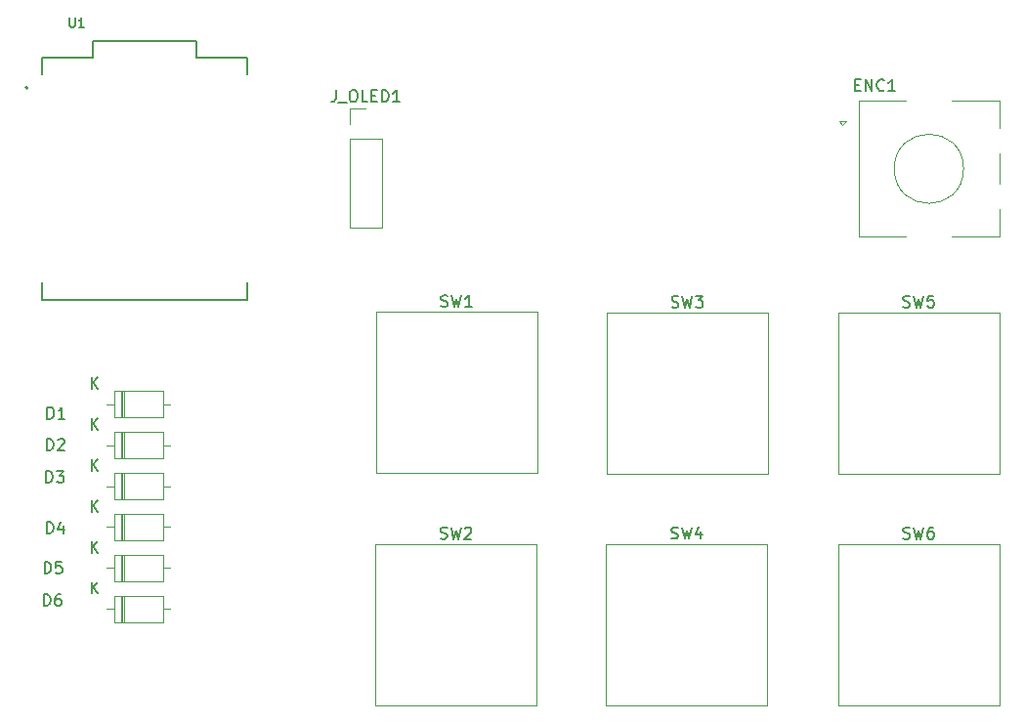
<source format=gbr>
%TF.GenerationSoftware,KiCad,Pcbnew,9.0.3*%
%TF.CreationDate,2026-01-25T12:41:43-05:00*%
%TF.ProjectId,hackclub_macropad,6861636b-636c-4756-925f-6d6163726f70,rev?*%
%TF.SameCoordinates,Original*%
%TF.FileFunction,Legend,Top*%
%TF.FilePolarity,Positive*%
%FSLAX46Y46*%
G04 Gerber Fmt 4.6, Leading zero omitted, Abs format (unit mm)*
G04 Created by KiCad (PCBNEW 9.0.3) date 2026-01-25 12:41:43*
%MOMM*%
%LPD*%
G01*
G04 APERTURE LIST*
%ADD10C,0.150000*%
%ADD11C,0.127000*%
%ADD12C,0.200000*%
%ADD13C,0.120000*%
G04 APERTURE END LIST*
D10*
X94192476Y-34218295D02*
X94192476Y-34865914D01*
X94192476Y-34865914D02*
X94230571Y-34942104D01*
X94230571Y-34942104D02*
X94268666Y-34980200D01*
X94268666Y-34980200D02*
X94344857Y-35018295D01*
X94344857Y-35018295D02*
X94497238Y-35018295D01*
X94497238Y-35018295D02*
X94573428Y-34980200D01*
X94573428Y-34980200D02*
X94611523Y-34942104D01*
X94611523Y-34942104D02*
X94649619Y-34865914D01*
X94649619Y-34865914D02*
X94649619Y-34218295D01*
X95449618Y-35018295D02*
X94992475Y-35018295D01*
X95221047Y-35018295D02*
X95221047Y-34218295D01*
X95221047Y-34218295D02*
X95144856Y-34332580D01*
X95144856Y-34332580D02*
X95068666Y-34408771D01*
X95068666Y-34408771D02*
X94992475Y-34446866D01*
X166426667Y-79323200D02*
X166569524Y-79370819D01*
X166569524Y-79370819D02*
X166807619Y-79370819D01*
X166807619Y-79370819D02*
X166902857Y-79323200D01*
X166902857Y-79323200D02*
X166950476Y-79275580D01*
X166950476Y-79275580D02*
X166998095Y-79180342D01*
X166998095Y-79180342D02*
X166998095Y-79085104D01*
X166998095Y-79085104D02*
X166950476Y-78989866D01*
X166950476Y-78989866D02*
X166902857Y-78942247D01*
X166902857Y-78942247D02*
X166807619Y-78894628D01*
X166807619Y-78894628D02*
X166617143Y-78847009D01*
X166617143Y-78847009D02*
X166521905Y-78799390D01*
X166521905Y-78799390D02*
X166474286Y-78751771D01*
X166474286Y-78751771D02*
X166426667Y-78656533D01*
X166426667Y-78656533D02*
X166426667Y-78561295D01*
X166426667Y-78561295D02*
X166474286Y-78466057D01*
X166474286Y-78466057D02*
X166521905Y-78418438D01*
X166521905Y-78418438D02*
X166617143Y-78370819D01*
X166617143Y-78370819D02*
X166855238Y-78370819D01*
X166855238Y-78370819D02*
X166998095Y-78418438D01*
X167331429Y-78370819D02*
X167569524Y-79370819D01*
X167569524Y-79370819D02*
X167760000Y-78656533D01*
X167760000Y-78656533D02*
X167950476Y-79370819D01*
X167950476Y-79370819D02*
X168188572Y-78370819D01*
X168998095Y-78370819D02*
X168807619Y-78370819D01*
X168807619Y-78370819D02*
X168712381Y-78418438D01*
X168712381Y-78418438D02*
X168664762Y-78466057D01*
X168664762Y-78466057D02*
X168569524Y-78608914D01*
X168569524Y-78608914D02*
X168521905Y-78799390D01*
X168521905Y-78799390D02*
X168521905Y-79180342D01*
X168521905Y-79180342D02*
X168569524Y-79275580D01*
X168569524Y-79275580D02*
X168617143Y-79323200D01*
X168617143Y-79323200D02*
X168712381Y-79370819D01*
X168712381Y-79370819D02*
X168902857Y-79370819D01*
X168902857Y-79370819D02*
X168998095Y-79323200D01*
X168998095Y-79323200D02*
X169045714Y-79275580D01*
X169045714Y-79275580D02*
X169093333Y-79180342D01*
X169093333Y-79180342D02*
X169093333Y-78942247D01*
X169093333Y-78942247D02*
X169045714Y-78847009D01*
X169045714Y-78847009D02*
X168998095Y-78799390D01*
X168998095Y-78799390D02*
X168902857Y-78751771D01*
X168902857Y-78751771D02*
X168712381Y-78751771D01*
X168712381Y-78751771D02*
X168617143Y-78799390D01*
X168617143Y-78799390D02*
X168569524Y-78847009D01*
X168569524Y-78847009D02*
X168521905Y-78942247D01*
X166426667Y-59263200D02*
X166569524Y-59310819D01*
X166569524Y-59310819D02*
X166807619Y-59310819D01*
X166807619Y-59310819D02*
X166902857Y-59263200D01*
X166902857Y-59263200D02*
X166950476Y-59215580D01*
X166950476Y-59215580D02*
X166998095Y-59120342D01*
X166998095Y-59120342D02*
X166998095Y-59025104D01*
X166998095Y-59025104D02*
X166950476Y-58929866D01*
X166950476Y-58929866D02*
X166902857Y-58882247D01*
X166902857Y-58882247D02*
X166807619Y-58834628D01*
X166807619Y-58834628D02*
X166617143Y-58787009D01*
X166617143Y-58787009D02*
X166521905Y-58739390D01*
X166521905Y-58739390D02*
X166474286Y-58691771D01*
X166474286Y-58691771D02*
X166426667Y-58596533D01*
X166426667Y-58596533D02*
X166426667Y-58501295D01*
X166426667Y-58501295D02*
X166474286Y-58406057D01*
X166474286Y-58406057D02*
X166521905Y-58358438D01*
X166521905Y-58358438D02*
X166617143Y-58310819D01*
X166617143Y-58310819D02*
X166855238Y-58310819D01*
X166855238Y-58310819D02*
X166998095Y-58358438D01*
X167331429Y-58310819D02*
X167569524Y-59310819D01*
X167569524Y-59310819D02*
X167760000Y-58596533D01*
X167760000Y-58596533D02*
X167950476Y-59310819D01*
X167950476Y-59310819D02*
X168188572Y-58310819D01*
X169045714Y-58310819D02*
X168569524Y-58310819D01*
X168569524Y-58310819D02*
X168521905Y-58787009D01*
X168521905Y-58787009D02*
X168569524Y-58739390D01*
X168569524Y-58739390D02*
X168664762Y-58691771D01*
X168664762Y-58691771D02*
X168902857Y-58691771D01*
X168902857Y-58691771D02*
X168998095Y-58739390D01*
X168998095Y-58739390D02*
X169045714Y-58787009D01*
X169045714Y-58787009D02*
X169093333Y-58882247D01*
X169093333Y-58882247D02*
X169093333Y-59120342D01*
X169093333Y-59120342D02*
X169045714Y-59215580D01*
X169045714Y-59215580D02*
X168998095Y-59263200D01*
X168998095Y-59263200D02*
X168902857Y-59310819D01*
X168902857Y-59310819D02*
X168664762Y-59310819D01*
X168664762Y-59310819D02*
X168569524Y-59263200D01*
X168569524Y-59263200D02*
X168521905Y-59215580D01*
X146326667Y-79313200D02*
X146469524Y-79360819D01*
X146469524Y-79360819D02*
X146707619Y-79360819D01*
X146707619Y-79360819D02*
X146802857Y-79313200D01*
X146802857Y-79313200D02*
X146850476Y-79265580D01*
X146850476Y-79265580D02*
X146898095Y-79170342D01*
X146898095Y-79170342D02*
X146898095Y-79075104D01*
X146898095Y-79075104D02*
X146850476Y-78979866D01*
X146850476Y-78979866D02*
X146802857Y-78932247D01*
X146802857Y-78932247D02*
X146707619Y-78884628D01*
X146707619Y-78884628D02*
X146517143Y-78837009D01*
X146517143Y-78837009D02*
X146421905Y-78789390D01*
X146421905Y-78789390D02*
X146374286Y-78741771D01*
X146374286Y-78741771D02*
X146326667Y-78646533D01*
X146326667Y-78646533D02*
X146326667Y-78551295D01*
X146326667Y-78551295D02*
X146374286Y-78456057D01*
X146374286Y-78456057D02*
X146421905Y-78408438D01*
X146421905Y-78408438D02*
X146517143Y-78360819D01*
X146517143Y-78360819D02*
X146755238Y-78360819D01*
X146755238Y-78360819D02*
X146898095Y-78408438D01*
X147231429Y-78360819D02*
X147469524Y-79360819D01*
X147469524Y-79360819D02*
X147660000Y-78646533D01*
X147660000Y-78646533D02*
X147850476Y-79360819D01*
X147850476Y-79360819D02*
X148088572Y-78360819D01*
X148898095Y-78694152D02*
X148898095Y-79360819D01*
X148660000Y-78313200D02*
X148421905Y-79027485D01*
X148421905Y-79027485D02*
X149040952Y-79027485D01*
X146376667Y-59273200D02*
X146519524Y-59320819D01*
X146519524Y-59320819D02*
X146757619Y-59320819D01*
X146757619Y-59320819D02*
X146852857Y-59273200D01*
X146852857Y-59273200D02*
X146900476Y-59225580D01*
X146900476Y-59225580D02*
X146948095Y-59130342D01*
X146948095Y-59130342D02*
X146948095Y-59035104D01*
X146948095Y-59035104D02*
X146900476Y-58939866D01*
X146900476Y-58939866D02*
X146852857Y-58892247D01*
X146852857Y-58892247D02*
X146757619Y-58844628D01*
X146757619Y-58844628D02*
X146567143Y-58797009D01*
X146567143Y-58797009D02*
X146471905Y-58749390D01*
X146471905Y-58749390D02*
X146424286Y-58701771D01*
X146424286Y-58701771D02*
X146376667Y-58606533D01*
X146376667Y-58606533D02*
X146376667Y-58511295D01*
X146376667Y-58511295D02*
X146424286Y-58416057D01*
X146424286Y-58416057D02*
X146471905Y-58368438D01*
X146471905Y-58368438D02*
X146567143Y-58320819D01*
X146567143Y-58320819D02*
X146805238Y-58320819D01*
X146805238Y-58320819D02*
X146948095Y-58368438D01*
X147281429Y-58320819D02*
X147519524Y-59320819D01*
X147519524Y-59320819D02*
X147710000Y-58606533D01*
X147710000Y-58606533D02*
X147900476Y-59320819D01*
X147900476Y-59320819D02*
X148138572Y-58320819D01*
X148424286Y-58320819D02*
X149043333Y-58320819D01*
X149043333Y-58320819D02*
X148710000Y-58701771D01*
X148710000Y-58701771D02*
X148852857Y-58701771D01*
X148852857Y-58701771D02*
X148948095Y-58749390D01*
X148948095Y-58749390D02*
X148995714Y-58797009D01*
X148995714Y-58797009D02*
X149043333Y-58892247D01*
X149043333Y-58892247D02*
X149043333Y-59130342D01*
X149043333Y-59130342D02*
X148995714Y-59225580D01*
X148995714Y-59225580D02*
X148948095Y-59273200D01*
X148948095Y-59273200D02*
X148852857Y-59320819D01*
X148852857Y-59320819D02*
X148567143Y-59320819D01*
X148567143Y-59320819D02*
X148471905Y-59273200D01*
X148471905Y-59273200D02*
X148424286Y-59225580D01*
X126326667Y-79323200D02*
X126469524Y-79370819D01*
X126469524Y-79370819D02*
X126707619Y-79370819D01*
X126707619Y-79370819D02*
X126802857Y-79323200D01*
X126802857Y-79323200D02*
X126850476Y-79275580D01*
X126850476Y-79275580D02*
X126898095Y-79180342D01*
X126898095Y-79180342D02*
X126898095Y-79085104D01*
X126898095Y-79085104D02*
X126850476Y-78989866D01*
X126850476Y-78989866D02*
X126802857Y-78942247D01*
X126802857Y-78942247D02*
X126707619Y-78894628D01*
X126707619Y-78894628D02*
X126517143Y-78847009D01*
X126517143Y-78847009D02*
X126421905Y-78799390D01*
X126421905Y-78799390D02*
X126374286Y-78751771D01*
X126374286Y-78751771D02*
X126326667Y-78656533D01*
X126326667Y-78656533D02*
X126326667Y-78561295D01*
X126326667Y-78561295D02*
X126374286Y-78466057D01*
X126374286Y-78466057D02*
X126421905Y-78418438D01*
X126421905Y-78418438D02*
X126517143Y-78370819D01*
X126517143Y-78370819D02*
X126755238Y-78370819D01*
X126755238Y-78370819D02*
X126898095Y-78418438D01*
X127231429Y-78370819D02*
X127469524Y-79370819D01*
X127469524Y-79370819D02*
X127660000Y-78656533D01*
X127660000Y-78656533D02*
X127850476Y-79370819D01*
X127850476Y-79370819D02*
X128088572Y-78370819D01*
X128421905Y-78466057D02*
X128469524Y-78418438D01*
X128469524Y-78418438D02*
X128564762Y-78370819D01*
X128564762Y-78370819D02*
X128802857Y-78370819D01*
X128802857Y-78370819D02*
X128898095Y-78418438D01*
X128898095Y-78418438D02*
X128945714Y-78466057D01*
X128945714Y-78466057D02*
X128993333Y-78561295D01*
X128993333Y-78561295D02*
X128993333Y-78656533D01*
X128993333Y-78656533D02*
X128945714Y-78799390D01*
X128945714Y-78799390D02*
X128374286Y-79370819D01*
X128374286Y-79370819D02*
X128993333Y-79370819D01*
X126376667Y-59213200D02*
X126519524Y-59260819D01*
X126519524Y-59260819D02*
X126757619Y-59260819D01*
X126757619Y-59260819D02*
X126852857Y-59213200D01*
X126852857Y-59213200D02*
X126900476Y-59165580D01*
X126900476Y-59165580D02*
X126948095Y-59070342D01*
X126948095Y-59070342D02*
X126948095Y-58975104D01*
X126948095Y-58975104D02*
X126900476Y-58879866D01*
X126900476Y-58879866D02*
X126852857Y-58832247D01*
X126852857Y-58832247D02*
X126757619Y-58784628D01*
X126757619Y-58784628D02*
X126567143Y-58737009D01*
X126567143Y-58737009D02*
X126471905Y-58689390D01*
X126471905Y-58689390D02*
X126424286Y-58641771D01*
X126424286Y-58641771D02*
X126376667Y-58546533D01*
X126376667Y-58546533D02*
X126376667Y-58451295D01*
X126376667Y-58451295D02*
X126424286Y-58356057D01*
X126424286Y-58356057D02*
X126471905Y-58308438D01*
X126471905Y-58308438D02*
X126567143Y-58260819D01*
X126567143Y-58260819D02*
X126805238Y-58260819D01*
X126805238Y-58260819D02*
X126948095Y-58308438D01*
X127281429Y-58260819D02*
X127519524Y-59260819D01*
X127519524Y-59260819D02*
X127710000Y-58546533D01*
X127710000Y-58546533D02*
X127900476Y-59260819D01*
X127900476Y-59260819D02*
X128138572Y-58260819D01*
X129043333Y-59260819D02*
X128471905Y-59260819D01*
X128757619Y-59260819D02*
X128757619Y-58260819D01*
X128757619Y-58260819D02*
X128662381Y-58403676D01*
X128662381Y-58403676D02*
X128567143Y-58498914D01*
X128567143Y-58498914D02*
X128471905Y-58546533D01*
X117254761Y-40494819D02*
X117254761Y-41209104D01*
X117254761Y-41209104D02*
X117207142Y-41351961D01*
X117207142Y-41351961D02*
X117111904Y-41447200D01*
X117111904Y-41447200D02*
X116969047Y-41494819D01*
X116969047Y-41494819D02*
X116873809Y-41494819D01*
X117492857Y-41590057D02*
X118254761Y-41590057D01*
X118683333Y-40494819D02*
X118873809Y-40494819D01*
X118873809Y-40494819D02*
X118969047Y-40542438D01*
X118969047Y-40542438D02*
X119064285Y-40637676D01*
X119064285Y-40637676D02*
X119111904Y-40828152D01*
X119111904Y-40828152D02*
X119111904Y-41161485D01*
X119111904Y-41161485D02*
X119064285Y-41351961D01*
X119064285Y-41351961D02*
X118969047Y-41447200D01*
X118969047Y-41447200D02*
X118873809Y-41494819D01*
X118873809Y-41494819D02*
X118683333Y-41494819D01*
X118683333Y-41494819D02*
X118588095Y-41447200D01*
X118588095Y-41447200D02*
X118492857Y-41351961D01*
X118492857Y-41351961D02*
X118445238Y-41161485D01*
X118445238Y-41161485D02*
X118445238Y-40828152D01*
X118445238Y-40828152D02*
X118492857Y-40637676D01*
X118492857Y-40637676D02*
X118588095Y-40542438D01*
X118588095Y-40542438D02*
X118683333Y-40494819D01*
X120016666Y-41494819D02*
X119540476Y-41494819D01*
X119540476Y-41494819D02*
X119540476Y-40494819D01*
X120350000Y-40971009D02*
X120683333Y-40971009D01*
X120826190Y-41494819D02*
X120350000Y-41494819D01*
X120350000Y-41494819D02*
X120350000Y-40494819D01*
X120350000Y-40494819D02*
X120826190Y-40494819D01*
X121254762Y-41494819D02*
X121254762Y-40494819D01*
X121254762Y-40494819D02*
X121492857Y-40494819D01*
X121492857Y-40494819D02*
X121635714Y-40542438D01*
X121635714Y-40542438D02*
X121730952Y-40637676D01*
X121730952Y-40637676D02*
X121778571Y-40732914D01*
X121778571Y-40732914D02*
X121826190Y-40923390D01*
X121826190Y-40923390D02*
X121826190Y-41066247D01*
X121826190Y-41066247D02*
X121778571Y-41256723D01*
X121778571Y-41256723D02*
X121730952Y-41351961D01*
X121730952Y-41351961D02*
X121635714Y-41447200D01*
X121635714Y-41447200D02*
X121492857Y-41494819D01*
X121492857Y-41494819D02*
X121254762Y-41494819D01*
X122778571Y-41494819D02*
X122207143Y-41494819D01*
X122492857Y-41494819D02*
X122492857Y-40494819D01*
X122492857Y-40494819D02*
X122397619Y-40637676D01*
X122397619Y-40637676D02*
X122302381Y-40732914D01*
X122302381Y-40732914D02*
X122207143Y-40780533D01*
X162235714Y-40031009D02*
X162569047Y-40031009D01*
X162711904Y-40554819D02*
X162235714Y-40554819D01*
X162235714Y-40554819D02*
X162235714Y-39554819D01*
X162235714Y-39554819D02*
X162711904Y-39554819D01*
X163140476Y-40554819D02*
X163140476Y-39554819D01*
X163140476Y-39554819D02*
X163711904Y-40554819D01*
X163711904Y-40554819D02*
X163711904Y-39554819D01*
X164759523Y-40459580D02*
X164711904Y-40507200D01*
X164711904Y-40507200D02*
X164569047Y-40554819D01*
X164569047Y-40554819D02*
X164473809Y-40554819D01*
X164473809Y-40554819D02*
X164330952Y-40507200D01*
X164330952Y-40507200D02*
X164235714Y-40411961D01*
X164235714Y-40411961D02*
X164188095Y-40316723D01*
X164188095Y-40316723D02*
X164140476Y-40126247D01*
X164140476Y-40126247D02*
X164140476Y-39983390D01*
X164140476Y-39983390D02*
X164188095Y-39792914D01*
X164188095Y-39792914D02*
X164235714Y-39697676D01*
X164235714Y-39697676D02*
X164330952Y-39602438D01*
X164330952Y-39602438D02*
X164473809Y-39554819D01*
X164473809Y-39554819D02*
X164569047Y-39554819D01*
X164569047Y-39554819D02*
X164711904Y-39602438D01*
X164711904Y-39602438D02*
X164759523Y-39650057D01*
X165711904Y-40554819D02*
X165140476Y-40554819D01*
X165426190Y-40554819D02*
X165426190Y-39554819D01*
X165426190Y-39554819D02*
X165330952Y-39697676D01*
X165330952Y-39697676D02*
X165235714Y-39792914D01*
X165235714Y-39792914D02*
X165140476Y-39840533D01*
X91961905Y-85154819D02*
X91961905Y-84154819D01*
X91961905Y-84154819D02*
X92200000Y-84154819D01*
X92200000Y-84154819D02*
X92342857Y-84202438D01*
X92342857Y-84202438D02*
X92438095Y-84297676D01*
X92438095Y-84297676D02*
X92485714Y-84392914D01*
X92485714Y-84392914D02*
X92533333Y-84583390D01*
X92533333Y-84583390D02*
X92533333Y-84726247D01*
X92533333Y-84726247D02*
X92485714Y-84916723D01*
X92485714Y-84916723D02*
X92438095Y-85011961D01*
X92438095Y-85011961D02*
X92342857Y-85107200D01*
X92342857Y-85107200D02*
X92200000Y-85154819D01*
X92200000Y-85154819D02*
X91961905Y-85154819D01*
X93390476Y-84154819D02*
X93200000Y-84154819D01*
X93200000Y-84154819D02*
X93104762Y-84202438D01*
X93104762Y-84202438D02*
X93057143Y-84250057D01*
X93057143Y-84250057D02*
X92961905Y-84392914D01*
X92961905Y-84392914D02*
X92914286Y-84583390D01*
X92914286Y-84583390D02*
X92914286Y-84964342D01*
X92914286Y-84964342D02*
X92961905Y-85059580D01*
X92961905Y-85059580D02*
X93009524Y-85107200D01*
X93009524Y-85107200D02*
X93104762Y-85154819D01*
X93104762Y-85154819D02*
X93295238Y-85154819D01*
X93295238Y-85154819D02*
X93390476Y-85107200D01*
X93390476Y-85107200D02*
X93438095Y-85059580D01*
X93438095Y-85059580D02*
X93485714Y-84964342D01*
X93485714Y-84964342D02*
X93485714Y-84726247D01*
X93485714Y-84726247D02*
X93438095Y-84631009D01*
X93438095Y-84631009D02*
X93390476Y-84583390D01*
X93390476Y-84583390D02*
X93295238Y-84535771D01*
X93295238Y-84535771D02*
X93104762Y-84535771D01*
X93104762Y-84535771D02*
X93009524Y-84583390D01*
X93009524Y-84583390D02*
X92961905Y-84631009D01*
X92961905Y-84631009D02*
X92914286Y-84726247D01*
X96078095Y-84104819D02*
X96078095Y-83104819D01*
X96649523Y-84104819D02*
X96220952Y-83533390D01*
X96649523Y-83104819D02*
X96078095Y-83676247D01*
X92011905Y-82354819D02*
X92011905Y-81354819D01*
X92011905Y-81354819D02*
X92250000Y-81354819D01*
X92250000Y-81354819D02*
X92392857Y-81402438D01*
X92392857Y-81402438D02*
X92488095Y-81497676D01*
X92488095Y-81497676D02*
X92535714Y-81592914D01*
X92535714Y-81592914D02*
X92583333Y-81783390D01*
X92583333Y-81783390D02*
X92583333Y-81926247D01*
X92583333Y-81926247D02*
X92535714Y-82116723D01*
X92535714Y-82116723D02*
X92488095Y-82211961D01*
X92488095Y-82211961D02*
X92392857Y-82307200D01*
X92392857Y-82307200D02*
X92250000Y-82354819D01*
X92250000Y-82354819D02*
X92011905Y-82354819D01*
X93488095Y-81354819D02*
X93011905Y-81354819D01*
X93011905Y-81354819D02*
X92964286Y-81831009D01*
X92964286Y-81831009D02*
X93011905Y-81783390D01*
X93011905Y-81783390D02*
X93107143Y-81735771D01*
X93107143Y-81735771D02*
X93345238Y-81735771D01*
X93345238Y-81735771D02*
X93440476Y-81783390D01*
X93440476Y-81783390D02*
X93488095Y-81831009D01*
X93488095Y-81831009D02*
X93535714Y-81926247D01*
X93535714Y-81926247D02*
X93535714Y-82164342D01*
X93535714Y-82164342D02*
X93488095Y-82259580D01*
X93488095Y-82259580D02*
X93440476Y-82307200D01*
X93440476Y-82307200D02*
X93345238Y-82354819D01*
X93345238Y-82354819D02*
X93107143Y-82354819D01*
X93107143Y-82354819D02*
X93011905Y-82307200D01*
X93011905Y-82307200D02*
X92964286Y-82259580D01*
X96078095Y-80554819D02*
X96078095Y-79554819D01*
X96649523Y-80554819D02*
X96220952Y-79983390D01*
X96649523Y-79554819D02*
X96078095Y-80126247D01*
X92211905Y-78904819D02*
X92211905Y-77904819D01*
X92211905Y-77904819D02*
X92450000Y-77904819D01*
X92450000Y-77904819D02*
X92592857Y-77952438D01*
X92592857Y-77952438D02*
X92688095Y-78047676D01*
X92688095Y-78047676D02*
X92735714Y-78142914D01*
X92735714Y-78142914D02*
X92783333Y-78333390D01*
X92783333Y-78333390D02*
X92783333Y-78476247D01*
X92783333Y-78476247D02*
X92735714Y-78666723D01*
X92735714Y-78666723D02*
X92688095Y-78761961D01*
X92688095Y-78761961D02*
X92592857Y-78857200D01*
X92592857Y-78857200D02*
X92450000Y-78904819D01*
X92450000Y-78904819D02*
X92211905Y-78904819D01*
X93640476Y-78238152D02*
X93640476Y-78904819D01*
X93402381Y-77857200D02*
X93164286Y-78571485D01*
X93164286Y-78571485D02*
X93783333Y-78571485D01*
X96078095Y-77004819D02*
X96078095Y-76004819D01*
X96649523Y-77004819D02*
X96220952Y-76433390D01*
X96649523Y-76004819D02*
X96078095Y-76576247D01*
X92161905Y-74504819D02*
X92161905Y-73504819D01*
X92161905Y-73504819D02*
X92400000Y-73504819D01*
X92400000Y-73504819D02*
X92542857Y-73552438D01*
X92542857Y-73552438D02*
X92638095Y-73647676D01*
X92638095Y-73647676D02*
X92685714Y-73742914D01*
X92685714Y-73742914D02*
X92733333Y-73933390D01*
X92733333Y-73933390D02*
X92733333Y-74076247D01*
X92733333Y-74076247D02*
X92685714Y-74266723D01*
X92685714Y-74266723D02*
X92638095Y-74361961D01*
X92638095Y-74361961D02*
X92542857Y-74457200D01*
X92542857Y-74457200D02*
X92400000Y-74504819D01*
X92400000Y-74504819D02*
X92161905Y-74504819D01*
X93066667Y-73504819D02*
X93685714Y-73504819D01*
X93685714Y-73504819D02*
X93352381Y-73885771D01*
X93352381Y-73885771D02*
X93495238Y-73885771D01*
X93495238Y-73885771D02*
X93590476Y-73933390D01*
X93590476Y-73933390D02*
X93638095Y-73981009D01*
X93638095Y-73981009D02*
X93685714Y-74076247D01*
X93685714Y-74076247D02*
X93685714Y-74314342D01*
X93685714Y-74314342D02*
X93638095Y-74409580D01*
X93638095Y-74409580D02*
X93590476Y-74457200D01*
X93590476Y-74457200D02*
X93495238Y-74504819D01*
X93495238Y-74504819D02*
X93209524Y-74504819D01*
X93209524Y-74504819D02*
X93114286Y-74457200D01*
X93114286Y-74457200D02*
X93066667Y-74409580D01*
X96078095Y-73454819D02*
X96078095Y-72454819D01*
X96649523Y-73454819D02*
X96220952Y-72883390D01*
X96649523Y-72454819D02*
X96078095Y-73026247D01*
X92211905Y-71704819D02*
X92211905Y-70704819D01*
X92211905Y-70704819D02*
X92450000Y-70704819D01*
X92450000Y-70704819D02*
X92592857Y-70752438D01*
X92592857Y-70752438D02*
X92688095Y-70847676D01*
X92688095Y-70847676D02*
X92735714Y-70942914D01*
X92735714Y-70942914D02*
X92783333Y-71133390D01*
X92783333Y-71133390D02*
X92783333Y-71276247D01*
X92783333Y-71276247D02*
X92735714Y-71466723D01*
X92735714Y-71466723D02*
X92688095Y-71561961D01*
X92688095Y-71561961D02*
X92592857Y-71657200D01*
X92592857Y-71657200D02*
X92450000Y-71704819D01*
X92450000Y-71704819D02*
X92211905Y-71704819D01*
X93164286Y-70800057D02*
X93211905Y-70752438D01*
X93211905Y-70752438D02*
X93307143Y-70704819D01*
X93307143Y-70704819D02*
X93545238Y-70704819D01*
X93545238Y-70704819D02*
X93640476Y-70752438D01*
X93640476Y-70752438D02*
X93688095Y-70800057D01*
X93688095Y-70800057D02*
X93735714Y-70895295D01*
X93735714Y-70895295D02*
X93735714Y-70990533D01*
X93735714Y-70990533D02*
X93688095Y-71133390D01*
X93688095Y-71133390D02*
X93116667Y-71704819D01*
X93116667Y-71704819D02*
X93735714Y-71704819D01*
X96078095Y-69904819D02*
X96078095Y-68904819D01*
X96649523Y-69904819D02*
X96220952Y-69333390D01*
X96649523Y-68904819D02*
X96078095Y-69476247D01*
X92261905Y-68954819D02*
X92261905Y-67954819D01*
X92261905Y-67954819D02*
X92500000Y-67954819D01*
X92500000Y-67954819D02*
X92642857Y-68002438D01*
X92642857Y-68002438D02*
X92738095Y-68097676D01*
X92738095Y-68097676D02*
X92785714Y-68192914D01*
X92785714Y-68192914D02*
X92833333Y-68383390D01*
X92833333Y-68383390D02*
X92833333Y-68526247D01*
X92833333Y-68526247D02*
X92785714Y-68716723D01*
X92785714Y-68716723D02*
X92738095Y-68811961D01*
X92738095Y-68811961D02*
X92642857Y-68907200D01*
X92642857Y-68907200D02*
X92500000Y-68954819D01*
X92500000Y-68954819D02*
X92261905Y-68954819D01*
X93785714Y-68954819D02*
X93214286Y-68954819D01*
X93500000Y-68954819D02*
X93500000Y-67954819D01*
X93500000Y-67954819D02*
X93404762Y-68097676D01*
X93404762Y-68097676D02*
X93309524Y-68192914D01*
X93309524Y-68192914D02*
X93214286Y-68240533D01*
X96078095Y-66354819D02*
X96078095Y-65354819D01*
X96649523Y-66354819D02*
X96220952Y-65783390D01*
X96649523Y-65354819D02*
X96078095Y-65926247D01*
D11*
%TO.C,U1*%
X91800000Y-58650000D02*
X109600000Y-58650000D01*
X109600000Y-58650000D02*
X109600000Y-57120000D01*
X91800000Y-57120000D02*
X91800000Y-58650000D01*
X96200000Y-36226000D02*
X105195000Y-36226000D01*
D12*
X90571000Y-40259000D02*
G75*
G02*
X90371000Y-40259000I-100000J0D01*
G01*
X90371000Y-40259000D02*
G75*
G02*
X90571000Y-40259000I100000J0D01*
G01*
D11*
X91800000Y-39150000D02*
X91800000Y-37650000D01*
X91800000Y-37650000D02*
X96200000Y-37650000D01*
X96200000Y-37650000D02*
X96200000Y-36250000D01*
X105200000Y-36250000D02*
X105200000Y-37650000D01*
X105200000Y-37650000D02*
X109600000Y-37650000D01*
X109600000Y-37650000D02*
X109600000Y-39150000D01*
D13*
%TO.C,SW6*%
X160775000Y-79805000D02*
X174745000Y-79805000D01*
X160775000Y-93775000D02*
X160775000Y-79805000D01*
X174745000Y-79805000D02*
X174745000Y-93775000D01*
X174745000Y-93775000D02*
X160775000Y-93775000D01*
%TO.C,SW5*%
X160775000Y-59745000D02*
X174745000Y-59745000D01*
X160775000Y-73715000D02*
X160775000Y-59745000D01*
X174745000Y-59745000D02*
X174745000Y-73715000D01*
X174745000Y-73715000D02*
X160775000Y-73715000D01*
%TO.C,SW4*%
X140675000Y-79795000D02*
X154645000Y-79795000D01*
X140675000Y-93765000D02*
X140675000Y-79795000D01*
X154645000Y-79795000D02*
X154645000Y-93765000D01*
X154645000Y-93765000D02*
X140675000Y-93765000D01*
%TO.C,SW3*%
X140725000Y-59755000D02*
X154695000Y-59755000D01*
X140725000Y-73725000D02*
X140725000Y-59755000D01*
X154695000Y-59755000D02*
X154695000Y-73725000D01*
X154695000Y-73725000D02*
X140725000Y-73725000D01*
%TO.C,SW2*%
X120675000Y-79805000D02*
X134645000Y-79805000D01*
X120675000Y-93775000D02*
X120675000Y-79805000D01*
X134645000Y-79805000D02*
X134645000Y-93775000D01*
X134645000Y-93775000D02*
X120675000Y-93775000D01*
%TO.C,SW1*%
X120725000Y-59695000D02*
X134695000Y-59695000D01*
X120725000Y-73665000D02*
X120725000Y-59695000D01*
X134695000Y-59695000D02*
X134695000Y-73665000D01*
X134695000Y-73665000D02*
X120725000Y-73665000D01*
%TO.C,J_OLED1*%
X118470000Y-42040000D02*
X119850000Y-42040000D01*
X118470000Y-43420000D02*
X118470000Y-42040000D01*
X118470000Y-44690000D02*
X118470000Y-52420000D01*
X118470000Y-44690000D02*
X121230000Y-44690000D01*
X118470000Y-52420000D02*
X121230000Y-52420000D01*
X121230000Y-44690000D02*
X121230000Y-52420000D01*
%TO.C,ENC1*%
X160850000Y-43200000D02*
X161450000Y-43200000D01*
X161150000Y-43500000D02*
X160850000Y-43200000D01*
X161450000Y-43200000D02*
X161150000Y-43500000D01*
X162550000Y-41400000D02*
X162550000Y-53200000D01*
X166650000Y-41400000D02*
X162550000Y-41400000D01*
X166650000Y-53200000D02*
X162550000Y-53200000D01*
X170650000Y-41400000D02*
X174750000Y-41400000D01*
X174750000Y-41400000D02*
X174750000Y-43800000D01*
X174750000Y-46000000D02*
X174750000Y-48600000D01*
X174750000Y-50800000D02*
X174750000Y-53200000D01*
X174750000Y-53200000D02*
X170650000Y-53200000D01*
X171650000Y-47300000D02*
G75*
G02*
X165650000Y-47300000I-3000000J0D01*
G01*
X165650000Y-47300000D02*
G75*
G02*
X171650000Y-47300000I3000000J0D01*
G01*
%TO.C,D6*%
X97380000Y-85450000D02*
X98030000Y-85450000D01*
X98630000Y-84330000D02*
X98630000Y-86570000D01*
X98750000Y-84330000D02*
X98750000Y-86570000D01*
X98870000Y-84330000D02*
X98870000Y-86570000D01*
X102920000Y-85450000D02*
X102270000Y-85450000D01*
X98030000Y-84330000D02*
X102270000Y-84330000D01*
X102270000Y-86570000D01*
X98030000Y-86570000D01*
X98030000Y-84330000D01*
%TO.C,D5*%
X97380000Y-81900000D02*
X98030000Y-81900000D01*
X98630000Y-80780000D02*
X98630000Y-83020000D01*
X98750000Y-80780000D02*
X98750000Y-83020000D01*
X98870000Y-80780000D02*
X98870000Y-83020000D01*
X102920000Y-81900000D02*
X102270000Y-81900000D01*
X98030000Y-80780000D02*
X102270000Y-80780000D01*
X102270000Y-83020000D01*
X98030000Y-83020000D01*
X98030000Y-80780000D01*
%TO.C,D4*%
X97380000Y-78350000D02*
X98030000Y-78350000D01*
X98630000Y-77230000D02*
X98630000Y-79470000D01*
X98750000Y-77230000D02*
X98750000Y-79470000D01*
X98870000Y-77230000D02*
X98870000Y-79470000D01*
X102920000Y-78350000D02*
X102270000Y-78350000D01*
X98030000Y-77230000D02*
X102270000Y-77230000D01*
X102270000Y-79470000D01*
X98030000Y-79470000D01*
X98030000Y-77230000D01*
%TO.C,D3*%
X97380000Y-74800000D02*
X98030000Y-74800000D01*
X98630000Y-73680000D02*
X98630000Y-75920000D01*
X98750000Y-73680000D02*
X98750000Y-75920000D01*
X98870000Y-73680000D02*
X98870000Y-75920000D01*
X102920000Y-74800000D02*
X102270000Y-74800000D01*
X98030000Y-73680000D02*
X102270000Y-73680000D01*
X102270000Y-75920000D01*
X98030000Y-75920000D01*
X98030000Y-73680000D01*
%TO.C,D2*%
X97380000Y-71250000D02*
X98030000Y-71250000D01*
X98630000Y-70130000D02*
X98630000Y-72370000D01*
X98750000Y-70130000D02*
X98750000Y-72370000D01*
X98870000Y-70130000D02*
X98870000Y-72370000D01*
X102920000Y-71250000D02*
X102270000Y-71250000D01*
X98030000Y-70130000D02*
X102270000Y-70130000D01*
X102270000Y-72370000D01*
X98030000Y-72370000D01*
X98030000Y-70130000D01*
%TO.C,D1*%
X97380000Y-67700000D02*
X98030000Y-67700000D01*
X98630000Y-66580000D02*
X98630000Y-68820000D01*
X98750000Y-66580000D02*
X98750000Y-68820000D01*
X98870000Y-66580000D02*
X98870000Y-68820000D01*
X102920000Y-67700000D02*
X102270000Y-67700000D01*
X98030000Y-66580000D02*
X102270000Y-66580000D01*
X102270000Y-68820000D01*
X98030000Y-68820000D01*
X98030000Y-66580000D01*
%TD*%
M02*

</source>
